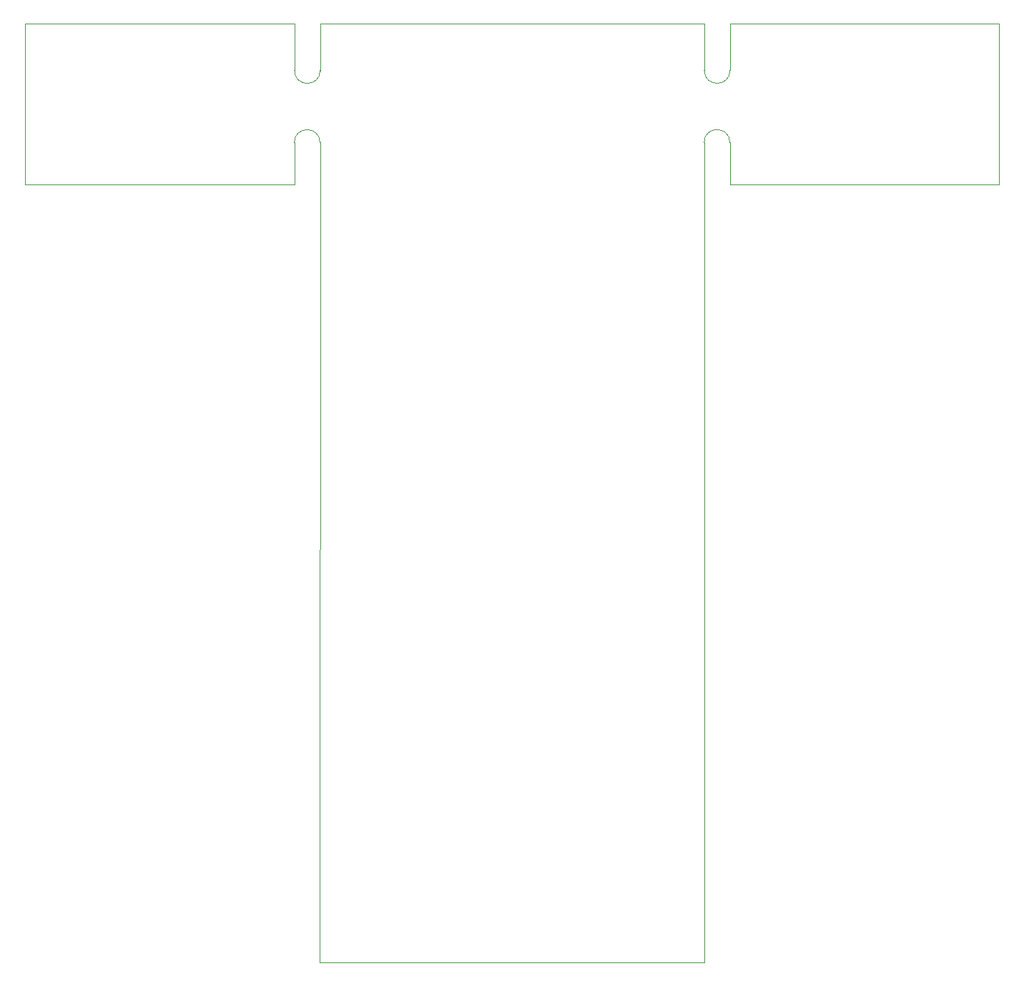
<source format=gm1>
%TF.GenerationSoftware,KiCad,Pcbnew,7.0.7*%
%TF.CreationDate,2023-09-25T22:52:37-04:00*%
%TF.ProjectId,Matrix,4d617472-6978-42e6-9b69-6361645f7063,rev?*%
%TF.SameCoordinates,Original*%
%TF.FileFunction,Profile,NP*%
%FSLAX46Y46*%
G04 Gerber Fmt 4.6, Leading zero omitted, Abs format (unit mm)*
G04 Created by KiCad (PCBNEW 7.0.7) date 2023-09-25 22:52:37*
%MOMM*%
%LPD*%
G01*
G04 APERTURE LIST*
%TA.AperFunction,Profile*%
%ADD10C,0.100000*%
%TD*%
G04 APERTURE END LIST*
D10*
X168500000Y-154025000D02*
X168480000Y-56970000D01*
X171540000Y-42910000D02*
X203420989Y-42910000D01*
X123020000Y-48450000D02*
X123020000Y-42910000D01*
X119960000Y-56980000D02*
X119960000Y-61930000D01*
X123000000Y-56980000D02*
G75*
G03*
X119960000Y-56980000I-1520000J0D01*
G01*
X122990000Y-154025000D02*
X168500000Y-154025000D01*
X123020000Y-42910000D02*
X168500000Y-42910000D01*
X88048989Y-61930000D02*
X88048989Y-42910000D01*
X122990000Y-154025000D02*
X123000000Y-56980000D01*
X171540000Y-48440000D02*
X171540000Y-42910000D01*
X203420989Y-42910000D02*
X203430989Y-61927000D01*
X88048989Y-42910000D02*
X119980000Y-42910000D01*
X168500000Y-48440000D02*
X168500000Y-42910000D01*
X168500000Y-48440000D02*
G75*
G03*
X171540000Y-48440000I1520000J0D01*
G01*
X119980000Y-48450000D02*
G75*
G03*
X123020000Y-48450000I1520000J0D01*
G01*
X171520000Y-56970000D02*
G75*
G03*
X168480000Y-56970000I-1520000J0D01*
G01*
X171520000Y-56970000D02*
X171520000Y-61930000D01*
X203430989Y-61927000D02*
X171520000Y-61930000D01*
X119960000Y-61930000D02*
X88048989Y-61930000D01*
X119980000Y-48450000D02*
X119980000Y-42910000D01*
M02*

</source>
